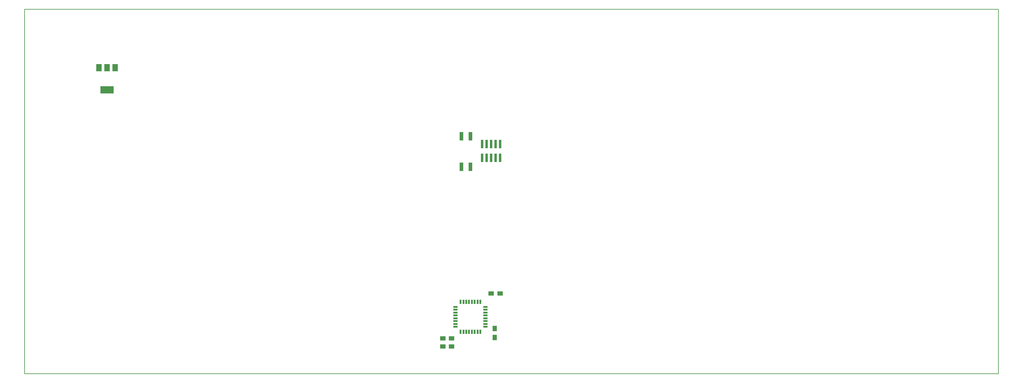
<source format=gbr>
G04 #@! TF.GenerationSoftware,KiCad,Pcbnew,5.0.0-rc2-unknown-f785d27~65~ubuntu16.04.1*
G04 #@! TF.CreationDate,2018-08-02T21:07:42-05:00*
G04 #@! TF.ProjectId,keebee,6B65656265652E6B696361645F706362,rev?*
G04 #@! TF.SameCoordinates,Original*
G04 #@! TF.FileFunction,Paste,Bot*
G04 #@! TF.FilePolarity,Positive*
%FSLAX46Y46*%
G04 Gerber Fmt 4.6, Leading zero omitted, Abs format (unit mm)*
G04 Created by KiCad (PCBNEW 5.0.0-rc2-unknown-f785d27~65~ubuntu16.04.1) date Thu Aug  2 21:07:42 2018*
%MOMM*%
%LPD*%
G01*
G04 APERTURE LIST*
%ADD10C,0.150000*%
%ADD11R,1.500000X2.000000*%
%ADD12R,3.800000X2.000000*%
%ADD13R,1.500000X1.250000*%
%ADD14R,1.250000X1.500000*%
%ADD15R,0.740000X2.400000*%
%ADD16R,1.130000X2.440000*%
%ADD17R,0.600000X1.200000*%
%ADD18R,1.200000X0.600000*%
G04 APERTURE END LIST*
D10*
X301500000Y-20500000D02*
X301500000Y-123500000D01*
X26500000Y-123500000D02*
X301500000Y-123500000D01*
X26500000Y-20500000D02*
X301500000Y-20500000D01*
X26500000Y-20500000D02*
X26500000Y-123500000D01*
D11*
G04 #@! TO.C,U1*
X47484000Y-36982000D03*
X52084000Y-36982000D03*
X49784000Y-36982000D03*
D12*
X49784000Y-43282000D03*
G04 #@! TD*
D13*
G04 #@! TO.C,C1*
X160742000Y-100838000D03*
X158242000Y-100838000D03*
G04 #@! TD*
G04 #@! TO.C,C2*
X147066000Y-113538000D03*
X144566000Y-113538000D03*
G04 #@! TD*
D14*
G04 #@! TO.C,C3*
X159258000Y-110784000D03*
X159258000Y-113284000D03*
G04 #@! TD*
D13*
G04 #@! TO.C,C4*
X147066000Y-115824000D03*
X144566000Y-115824000D03*
G04 #@! TD*
D15*
G04 #@! TO.C,J2*
X160782000Y-62484000D03*
X160782000Y-58584000D03*
X159512000Y-62484000D03*
X159512000Y-58584000D03*
X158242000Y-62484000D03*
X158242000Y-58584000D03*
X156972000Y-62484000D03*
X156972000Y-58584000D03*
X155702000Y-62484000D03*
X155702000Y-58584000D03*
G04 #@! TD*
D16*
G04 #@! TO.C,SW_LAYOUT1*
X149860000Y-56406000D03*
X152400000Y-56406000D03*
X152400000Y-65006000D03*
X149860000Y-65006000D03*
G04 #@! TD*
D17*
G04 #@! TO.C,U2*
X155200000Y-103192000D03*
X154400000Y-103192000D03*
X153600000Y-103192000D03*
X152800000Y-103192000D03*
X152000000Y-103192000D03*
X151200000Y-103192000D03*
X150400000Y-103192000D03*
X149600000Y-103192000D03*
D18*
X148150000Y-104642000D03*
X148150000Y-105442000D03*
X148150000Y-106242000D03*
X148150000Y-107042000D03*
X148150000Y-107842000D03*
X148150000Y-108642000D03*
X148150000Y-109442000D03*
X148150000Y-110242000D03*
D17*
X149600000Y-111692000D03*
X150400000Y-111692000D03*
X151200000Y-111692000D03*
X152000000Y-111692000D03*
X152800000Y-111692000D03*
X153600000Y-111692000D03*
X154400000Y-111692000D03*
X155200000Y-111692000D03*
D18*
X156650000Y-110242000D03*
X156650000Y-109442000D03*
X156650000Y-108642000D03*
X156650000Y-107842000D03*
X156650000Y-107042000D03*
X156650000Y-106242000D03*
X156650000Y-105442000D03*
X156650000Y-104642000D03*
G04 #@! TD*
M02*

</source>
